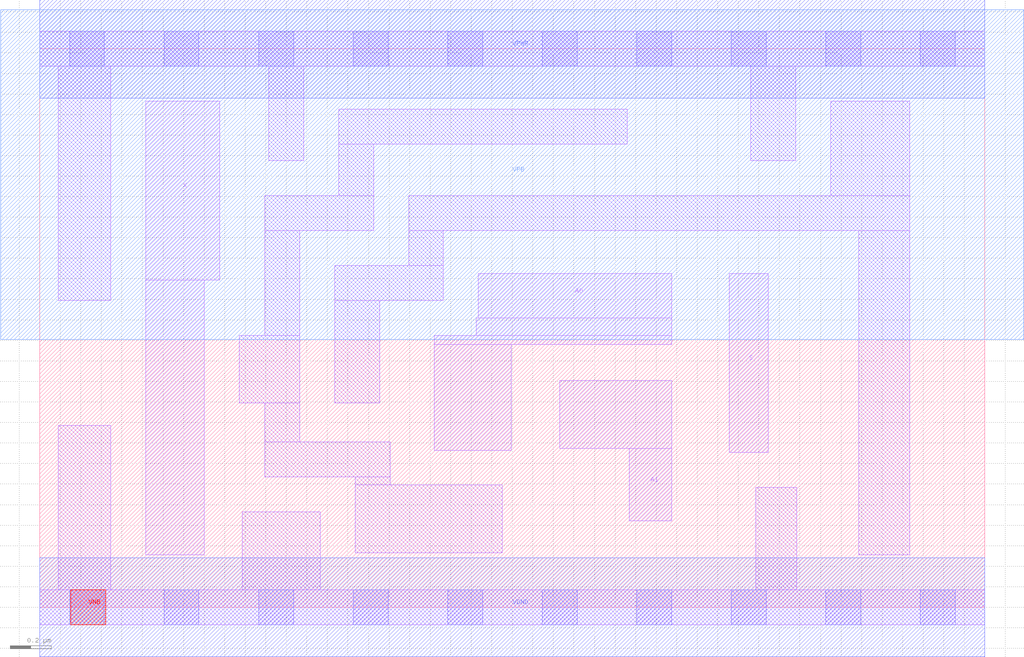
<source format=lef>
# Copyright 2020 The SkyWater PDK Authors
#
# Licensed under the Apache License, Version 2.0 (the "License");
# you may not use this file except in compliance with the License.
# You may obtain a copy of the License at
#
#     https://www.apache.org/licenses/LICENSE-2.0
#
# Unless required by applicable law or agreed to in writing, software
# distributed under the License is distributed on an "AS IS" BASIS,
# WITHOUT WARRANTIES OR CONDITIONS OF ANY KIND, either express or implied.
# See the License for the specific language governing permissions and
# limitations under the License.
#
# SPDX-License-Identifier: Apache-2.0

VERSION 5.7 ;
  NOWIREEXTENSIONATPIN ON ;
  DIVIDERCHAR "/" ;
  BUSBITCHARS "[]" ;
PROPERTYDEFINITIONS
  MACRO maskLayoutSubType STRING ;
  MACRO prCellType STRING ;
  MACRO originalViewName STRING ;
END PROPERTYDEFINITIONS
MACRO sky130_fd_sc_hdll__mux2_2
  CLASS CORE ;
  FOREIGN sky130_fd_sc_hdll__mux2_2 ;
  ORIGIN  0.000000  0.000000 ;
  SIZE  4.600000 BY  2.720000 ;
  SYMMETRY X Y R90 ;
  SITE unithd ;
  PIN A0
    ANTENNAGATEAREA  0.178200 ;
    DIRECTION INPUT ;
    USE SIGNAL ;
    PORT
      LAYER li1 ;
        RECT 1.920000 0.765000 2.295000 1.280000 ;
        RECT 1.920000 1.280000 3.075000 1.325000 ;
        RECT 2.125000 1.325000 3.075000 1.410000 ;
        RECT 2.135000 1.410000 3.075000 1.625000 ;
    END
  END A0
  PIN A1
    ANTENNAGATEAREA  0.178200 ;
    DIRECTION INPUT ;
    USE SIGNAL ;
    PORT
      LAYER li1 ;
        RECT 2.530000 0.775000 3.075000 1.105000 ;
        RECT 2.870000 0.420000 3.075000 0.775000 ;
    END
  END A1
  PIN S
    ANTENNAGATEAREA  0.356400 ;
    DIRECTION INPUT ;
    USE SIGNAL ;
    PORT
      LAYER li1 ;
        RECT 3.355000 0.755000 3.545000 1.625000 ;
    END
  END S
  PIN VNB
    PORT
      LAYER pwell ;
        RECT 0.150000 -0.085000 0.320000 0.085000 ;
    END
  END VNB
  PIN VPB
    PORT
      LAYER nwell ;
        RECT -0.190000 1.305000 4.790000 2.910000 ;
    END
  END VPB
  PIN X
    ANTENNADIFFAREA  0.498000 ;
    DIRECTION OUTPUT ;
    USE SIGNAL ;
    PORT
      LAYER li1 ;
        RECT 0.515000 0.255000 0.800000 1.595000 ;
        RECT 0.515000 1.595000 0.875000 2.465000 ;
    END
  END X
  PIN VGND
    DIRECTION INOUT ;
    USE GROUND ;
    PORT
      LAYER met1 ;
        RECT 0.000000 -0.240000 4.600000 0.240000 ;
    END
  END VGND
  PIN VPWR
    DIRECTION INOUT ;
    USE POWER ;
    PORT
      LAYER met1 ;
        RECT 0.000000 2.480000 4.600000 2.960000 ;
    END
  END VPWR
  OBS
    LAYER li1 ;
      RECT 0.000000 -0.085000 4.600000 0.085000 ;
      RECT 0.000000  2.635000 4.600000 2.805000 ;
      RECT 0.090000  0.085000 0.345000 0.885000 ;
      RECT 0.090000  1.495000 0.345000 2.635000 ;
      RECT 0.970000  0.995000 1.265000 1.325000 ;
      RECT 0.985000  0.085000 1.365000 0.465000 ;
      RECT 1.095000  0.635000 1.705000 0.805000 ;
      RECT 1.095000  0.805000 1.265000 0.995000 ;
      RECT 1.095000  1.325000 1.265000 1.835000 ;
      RECT 1.095000  1.835000 1.625000 2.005000 ;
      RECT 1.115000  2.175000 1.285000 2.635000 ;
      RECT 1.435000  0.995000 1.655000 1.495000 ;
      RECT 1.435000  1.495000 1.965000 1.665000 ;
      RECT 1.455000  2.005000 1.625000 2.255000 ;
      RECT 1.455000  2.255000 2.860000 2.425000 ;
      RECT 1.535000  0.265000 2.250000 0.595000 ;
      RECT 1.535000  0.595000 1.705000 0.635000 ;
      RECT 1.795000  1.665000 1.965000 1.835000 ;
      RECT 1.795000  1.835000 4.235000 2.005000 ;
      RECT 3.460000  2.175000 3.680000 2.635000 ;
      RECT 3.485000  0.085000 3.685000 0.585000 ;
      RECT 3.850000  2.005000 4.235000 2.465000 ;
      RECT 3.985000  0.255000 4.235000 1.835000 ;
    LAYER mcon ;
      RECT 0.145000 -0.085000 0.315000 0.085000 ;
      RECT 0.145000  2.635000 0.315000 2.805000 ;
      RECT 0.605000 -0.085000 0.775000 0.085000 ;
      RECT 0.605000  2.635000 0.775000 2.805000 ;
      RECT 1.065000 -0.085000 1.235000 0.085000 ;
      RECT 1.065000  2.635000 1.235000 2.805000 ;
      RECT 1.525000 -0.085000 1.695000 0.085000 ;
      RECT 1.525000  2.635000 1.695000 2.805000 ;
      RECT 1.985000 -0.085000 2.155000 0.085000 ;
      RECT 1.985000  2.635000 2.155000 2.805000 ;
      RECT 2.445000 -0.085000 2.615000 0.085000 ;
      RECT 2.445000  2.635000 2.615000 2.805000 ;
      RECT 2.905000 -0.085000 3.075000 0.085000 ;
      RECT 2.905000  2.635000 3.075000 2.805000 ;
      RECT 3.365000 -0.085000 3.535000 0.085000 ;
      RECT 3.365000  2.635000 3.535000 2.805000 ;
      RECT 3.825000 -0.085000 3.995000 0.085000 ;
      RECT 3.825000  2.635000 3.995000 2.805000 ;
      RECT 4.285000 -0.085000 4.455000 0.085000 ;
      RECT 4.285000  2.635000 4.455000 2.805000 ;
  END
  PROPERTY maskLayoutSubType "abstract" ;
  PROPERTY prCellType "standard" ;
  PROPERTY originalViewName "layout" ;
END sky130_fd_sc_hdll__mux2_2
END LIBRARY

</source>
